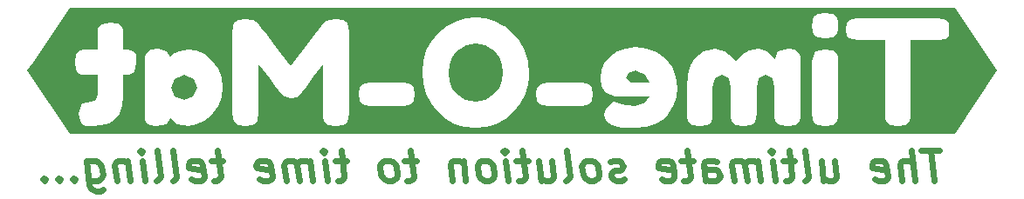
<source format=gbr>
%TF.GenerationSoftware,KiCad,Pcbnew,(6.0.4)*%
%TF.CreationDate,2022-06-05T17:20:23+02:00*%
%TF.ProjectId,Time-O-Mat_MoBo_H01,54696d65-2d4f-42d4-9d61-745f4d6f426f,rev?*%
%TF.SameCoordinates,Original*%
%TF.FileFunction,Legend,Bot*%
%TF.FilePolarity,Positive*%
%FSLAX46Y46*%
G04 Gerber Fmt 4.6, Leading zero omitted, Abs format (unit mm)*
G04 Created by KiCad (PCBNEW (6.0.4)) date 2022-06-05 17:20:23*
%MOMM*%
%LPD*%
G01*
G04 APERTURE LIST*
%ADD10C,0.600000*%
G04 APERTURE END LIST*
D10*
X96907732Y-25154142D02*
X95193446Y-25154142D01*
X96425589Y-28154142D02*
X96050589Y-25154142D01*
X94568446Y-28154142D02*
X94193446Y-25154142D01*
X93282732Y-28154142D02*
X93086303Y-26582714D01*
X93193446Y-26297000D01*
X93461303Y-26154142D01*
X93889874Y-26154142D01*
X94193446Y-26297000D01*
X94354160Y-26439857D01*
X90693446Y-28011285D02*
X90997017Y-28154142D01*
X91568446Y-28154142D01*
X91836303Y-28011285D01*
X91943446Y-27725571D01*
X91800589Y-26582714D01*
X91622017Y-26297000D01*
X91318446Y-26154142D01*
X90747017Y-26154142D01*
X90479160Y-26297000D01*
X90372017Y-26582714D01*
X90407732Y-26868428D01*
X91872017Y-27154142D01*
X85461303Y-26154142D02*
X85711303Y-28154142D01*
X86747017Y-26154142D02*
X86943446Y-27725571D01*
X86836303Y-28011285D01*
X86568446Y-28154142D01*
X86139875Y-28154142D01*
X85836303Y-28011285D01*
X85675589Y-27868428D01*
X83854160Y-28154142D02*
X84122017Y-28011285D01*
X84229160Y-27725571D01*
X83907732Y-25154142D01*
X82889875Y-26154142D02*
X81747017Y-26154142D01*
X82336303Y-25154142D02*
X82657732Y-27725571D01*
X82550589Y-28011285D01*
X82282732Y-28154142D01*
X81997017Y-28154142D01*
X80997017Y-28154142D02*
X80747017Y-26154142D01*
X80622017Y-25154142D02*
X80782732Y-25297000D01*
X80657732Y-25439857D01*
X80497017Y-25297000D01*
X80622017Y-25154142D01*
X80657732Y-25439857D01*
X79568446Y-28154142D02*
X79318446Y-26154142D01*
X79354160Y-26439857D02*
X79193446Y-26297000D01*
X78889874Y-26154142D01*
X78461303Y-26154142D01*
X78193446Y-26297000D01*
X78086303Y-26582714D01*
X78282732Y-28154142D01*
X78086303Y-26582714D02*
X77907732Y-26297000D01*
X77604160Y-26154142D01*
X77175589Y-26154142D01*
X76907732Y-26297000D01*
X76800589Y-26582714D01*
X76997017Y-28154142D01*
X74282732Y-28154142D02*
X74086303Y-26582714D01*
X74193446Y-26297000D01*
X74461303Y-26154142D01*
X75032732Y-26154142D01*
X75336303Y-26297000D01*
X74264875Y-28011285D02*
X74568446Y-28154142D01*
X75282732Y-28154142D01*
X75550589Y-28011285D01*
X75657732Y-27725571D01*
X75622017Y-27439857D01*
X75443446Y-27154142D01*
X75139875Y-27011285D01*
X74425589Y-27011285D01*
X74122017Y-26868428D01*
X73032732Y-26154142D02*
X71889875Y-26154142D01*
X72479160Y-25154142D02*
X72800589Y-27725571D01*
X72693446Y-28011285D01*
X72425589Y-28154142D01*
X72139875Y-28154142D01*
X69979160Y-28011285D02*
X70282732Y-28154142D01*
X70854160Y-28154142D01*
X71122017Y-28011285D01*
X71229160Y-27725571D01*
X71086303Y-26582714D01*
X70907732Y-26297000D01*
X70604160Y-26154142D01*
X70032732Y-26154142D01*
X69764875Y-26297000D01*
X69657732Y-26582714D01*
X69693446Y-26868428D01*
X71157732Y-27154142D01*
X66407732Y-28011285D02*
X66139874Y-28154142D01*
X65568446Y-28154142D01*
X65264874Y-28011285D01*
X65086303Y-27725571D01*
X65068446Y-27582714D01*
X65175589Y-27297000D01*
X65443446Y-27154142D01*
X65872017Y-27154142D01*
X66139874Y-27011285D01*
X66247017Y-26725571D01*
X66229160Y-26582714D01*
X66050589Y-26297000D01*
X65747017Y-26154142D01*
X65318446Y-26154142D01*
X65050589Y-26297000D01*
X63425589Y-28154142D02*
X63693446Y-28011285D01*
X63818446Y-27868428D01*
X63925589Y-27582714D01*
X63818446Y-26725571D01*
X63639874Y-26439857D01*
X63479160Y-26297000D01*
X63175589Y-26154142D01*
X62747017Y-26154142D01*
X62479160Y-26297000D01*
X62354160Y-26439857D01*
X62247017Y-26725571D01*
X62354160Y-27582714D01*
X62532732Y-27868428D01*
X62693446Y-28011285D01*
X62997017Y-28154142D01*
X63425589Y-28154142D01*
X60711303Y-28154142D02*
X60979160Y-28011285D01*
X61086303Y-27725571D01*
X60764874Y-25154142D01*
X58032732Y-26154142D02*
X58282732Y-28154142D01*
X59318446Y-26154142D02*
X59514874Y-27725571D01*
X59407732Y-28011285D01*
X59139874Y-28154142D01*
X58711303Y-28154142D01*
X58407732Y-28011285D01*
X58247017Y-27868428D01*
X57032732Y-26154142D02*
X55889874Y-26154142D01*
X56479160Y-25154142D02*
X56800589Y-27725571D01*
X56693446Y-28011285D01*
X56425589Y-28154142D01*
X56139874Y-28154142D01*
X55139874Y-28154142D02*
X54889874Y-26154142D01*
X54764874Y-25154142D02*
X54925589Y-25297000D01*
X54800589Y-25439857D01*
X54639874Y-25297000D01*
X54764874Y-25154142D01*
X54800589Y-25439857D01*
X53282732Y-28154142D02*
X53550589Y-28011285D01*
X53675589Y-27868428D01*
X53782732Y-27582714D01*
X53675589Y-26725571D01*
X53497017Y-26439857D01*
X53336303Y-26297000D01*
X53032732Y-26154142D01*
X52604160Y-26154142D01*
X52336303Y-26297000D01*
X52211303Y-26439857D01*
X52104160Y-26725571D01*
X52211303Y-27582714D01*
X52389874Y-27868428D01*
X52550589Y-28011285D01*
X52854160Y-28154142D01*
X53282732Y-28154142D01*
X50747017Y-26154142D02*
X50997017Y-28154142D01*
X50782732Y-26439857D02*
X50622017Y-26297000D01*
X50318446Y-26154142D01*
X49889874Y-26154142D01*
X49622017Y-26297000D01*
X49514874Y-26582714D01*
X49711303Y-28154142D01*
X46175589Y-26154142D02*
X45032732Y-26154142D01*
X45622017Y-25154142D02*
X45943446Y-27725571D01*
X45836303Y-28011285D01*
X45568446Y-28154142D01*
X45282732Y-28154142D01*
X43854160Y-28154142D02*
X44122017Y-28011285D01*
X44247017Y-27868428D01*
X44354160Y-27582714D01*
X44247017Y-26725571D01*
X44068446Y-26439857D01*
X43907732Y-26297000D01*
X43604160Y-26154142D01*
X43175589Y-26154142D01*
X42907732Y-26297000D01*
X42782732Y-26439857D01*
X42675589Y-26725571D01*
X42782732Y-27582714D01*
X42961303Y-27868428D01*
X43122017Y-28011285D01*
X43425589Y-28154142D01*
X43854160Y-28154142D01*
X39461303Y-26154142D02*
X38318446Y-26154142D01*
X38907732Y-25154142D02*
X39229160Y-27725571D01*
X39122017Y-28011285D01*
X38854160Y-28154142D01*
X38568446Y-28154142D01*
X37568446Y-28154142D02*
X37318446Y-26154142D01*
X37193446Y-25154142D02*
X37354160Y-25297000D01*
X37229160Y-25439857D01*
X37068446Y-25297000D01*
X37193446Y-25154142D01*
X37229160Y-25439857D01*
X36139874Y-28154142D02*
X35889874Y-26154142D01*
X35925589Y-26439857D02*
X35764874Y-26297000D01*
X35461303Y-26154142D01*
X35032732Y-26154142D01*
X34764874Y-26297000D01*
X34657732Y-26582714D01*
X34854160Y-28154142D01*
X34657732Y-26582714D02*
X34479160Y-26297000D01*
X34175589Y-26154142D01*
X33747017Y-26154142D01*
X33479160Y-26297000D01*
X33372017Y-26582714D01*
X33568446Y-28154142D01*
X30979160Y-28011285D02*
X31282732Y-28154142D01*
X31854160Y-28154142D01*
X32122017Y-28011285D01*
X32229160Y-27725571D01*
X32086303Y-26582714D01*
X31907732Y-26297000D01*
X31604160Y-26154142D01*
X31032732Y-26154142D01*
X30764874Y-26297000D01*
X30657732Y-26582714D01*
X30693446Y-26868428D01*
X32157732Y-27154142D01*
X27461303Y-26154142D02*
X26318446Y-26154142D01*
X26907732Y-25154142D02*
X27229160Y-27725571D01*
X27122017Y-28011285D01*
X26854160Y-28154142D01*
X26568446Y-28154142D01*
X24407732Y-28011285D02*
X24711303Y-28154142D01*
X25282732Y-28154142D01*
X25550589Y-28011285D01*
X25657732Y-27725571D01*
X25514874Y-26582714D01*
X25336303Y-26297000D01*
X25032732Y-26154142D01*
X24461303Y-26154142D01*
X24193446Y-26297000D01*
X24086303Y-26582714D01*
X24122017Y-26868428D01*
X25586303Y-27154142D01*
X22568446Y-28154142D02*
X22836303Y-28011285D01*
X22943446Y-27725571D01*
X22622017Y-25154142D01*
X20997017Y-28154142D02*
X21264874Y-28011285D01*
X21372017Y-27725571D01*
X21050589Y-25154142D01*
X19854160Y-28154142D02*
X19604160Y-26154142D01*
X19479160Y-25154142D02*
X19639874Y-25297000D01*
X19514874Y-25439857D01*
X19354160Y-25297000D01*
X19479160Y-25154142D01*
X19514874Y-25439857D01*
X18175589Y-26154142D02*
X18425589Y-28154142D01*
X18211303Y-26439857D02*
X18050589Y-26297000D01*
X17747017Y-26154142D01*
X17318446Y-26154142D01*
X17050589Y-26297000D01*
X16943446Y-26582714D01*
X17139874Y-28154142D01*
X14175589Y-26154142D02*
X14479160Y-28582714D01*
X14657732Y-28868428D01*
X14818446Y-29011285D01*
X15122017Y-29154142D01*
X15550589Y-29154142D01*
X15818446Y-29011285D01*
X14407732Y-28011285D02*
X14711303Y-28154142D01*
X15282732Y-28154142D01*
X15550589Y-28011285D01*
X15675589Y-27868428D01*
X15782732Y-27582714D01*
X15675589Y-26725571D01*
X15497017Y-26439857D01*
X15336303Y-26297000D01*
X15032732Y-26154142D01*
X14461303Y-26154142D01*
X14193446Y-26297000D01*
X12961303Y-27868428D02*
X12836303Y-28011285D01*
X12997017Y-28154142D01*
X13122017Y-28011285D01*
X12961303Y-27868428D01*
X12997017Y-28154142D01*
X11532732Y-27868428D02*
X11407732Y-28011285D01*
X11568446Y-28154142D01*
X11693446Y-28011285D01*
X11532732Y-27868428D01*
X11568446Y-28154142D01*
X10104160Y-27868428D02*
X9979160Y-28011285D01*
X10139874Y-28154142D01*
X10264874Y-28011285D01*
X10104160Y-27868428D01*
X10139874Y-28154142D01*
%TO.C,kibuzzard-61E88A0E*%
G36*
X8495991Y-17399000D02*
G01*
X9038916Y-16584612D01*
X13093700Y-16584612D01*
X13190141Y-17309703D01*
X13479462Y-17684750D01*
X13858081Y-17806194D01*
X14351000Y-17827625D01*
X15279687Y-17770475D01*
X15279687Y-19742150D01*
X15158244Y-20299363D01*
X14701044Y-20470813D01*
X14186694Y-20492244D01*
X13808075Y-20627975D01*
X13479462Y-21585238D01*
X13579475Y-22310328D01*
X13879512Y-22685375D01*
X14258131Y-22806819D01*
X14736762Y-22828250D01*
X15647987Y-22753637D01*
X16400462Y-22529800D01*
X16994187Y-22156738D01*
X17422812Y-21605875D01*
X17439525Y-21556663D01*
X19865975Y-21556663D01*
X19887406Y-22049581D01*
X20008850Y-22428200D01*
X20353536Y-22706806D01*
X20987544Y-22799675D01*
X22030531Y-22606794D01*
X22337712Y-22042438D01*
X23043158Y-22610366D01*
X24102219Y-22799675D01*
X24906287Y-22674263D01*
X25670669Y-22298025D01*
X26395362Y-21670963D01*
X26469446Y-21570950D01*
X28381325Y-21570950D01*
X28517056Y-22353191D01*
X28924250Y-22728238D01*
X29610050Y-22813963D01*
X30267275Y-22742525D01*
X30638750Y-22571075D01*
X30838775Y-22285325D01*
X30910212Y-21542375D01*
X30910212Y-16756062D01*
X31349553Y-17329348D01*
X31953200Y-18163381D01*
X32513984Y-18947408D01*
X32824737Y-19370675D01*
X33081912Y-19706431D01*
X33431956Y-19963606D01*
X34032031Y-20127913D01*
X34617819Y-19977894D01*
X34996437Y-19685000D01*
X35110737Y-19527838D01*
X35535791Y-18968839D01*
X36239450Y-18006219D01*
X36889531Y-17111464D01*
X37153850Y-16756062D01*
X37153850Y-21570950D01*
X37175281Y-22063869D01*
X37311012Y-22428200D01*
X37696775Y-22717522D01*
X38425437Y-22813963D01*
X39132669Y-22717522D01*
X39511287Y-22428200D01*
X39647019Y-22056725D01*
X39668450Y-21542375D01*
X39668450Y-19713575D01*
X40597137Y-19713575D01*
X40675719Y-20363656D01*
X40925750Y-20713700D01*
X41640125Y-20842288D01*
X45040550Y-20842288D01*
X45679916Y-20720844D01*
X45997812Y-20356513D01*
X46069250Y-19699288D01*
X45983525Y-19056350D01*
X45712062Y-18713450D01*
X45026262Y-18584863D01*
X41625837Y-18584863D01*
X40990044Y-18702734D01*
X40682862Y-19056350D01*
X40597137Y-19713575D01*
X39668450Y-19713575D01*
X39668450Y-17549019D01*
X46783625Y-17549019D01*
X46876494Y-18639334D01*
X47155100Y-19645709D01*
X47619444Y-20568146D01*
X48269525Y-21406644D01*
X49055337Y-22103606D01*
X49926875Y-22601436D01*
X50884137Y-22900134D01*
X51927125Y-22999700D01*
X52972345Y-22901473D01*
X53936305Y-22606794D01*
X54819004Y-22115661D01*
X55620444Y-21428075D01*
X56286152Y-20604758D01*
X56757877Y-19713575D01*
X57856438Y-19713575D01*
X57935019Y-20363656D01*
X58185050Y-20713700D01*
X58899425Y-20842288D01*
X62299850Y-20842288D01*
X62939216Y-20720844D01*
X63257113Y-20356513D01*
X63328550Y-19699288D01*
X63242825Y-19056350D01*
X62971363Y-18713450D01*
X62285563Y-18584863D01*
X58885138Y-18584863D01*
X58249344Y-18702734D01*
X57942163Y-19056350D01*
X57856438Y-19713575D01*
X56757877Y-19713575D01*
X56761658Y-19706431D01*
X57046961Y-18733095D01*
X57098643Y-18163381D01*
X64042925Y-18163381D01*
X64151867Y-18927763D01*
X64478694Y-19463544D01*
X65443100Y-19885025D01*
X68829238Y-19885025D01*
X68357750Y-20556538D01*
X67414775Y-20828000D01*
X66675397Y-20785138D01*
X66114613Y-20656550D01*
X65957450Y-20599400D01*
X65385950Y-20442238D01*
X64600138Y-21085175D01*
X64414400Y-21742400D01*
X64604602Y-22298720D01*
X65175209Y-22696091D01*
X66126221Y-22934513D01*
X67457638Y-23013988D01*
X68455977Y-22922905D01*
X69336444Y-22649656D01*
X70066892Y-22226389D01*
X70615175Y-21685250D01*
X70686471Y-21570950D01*
X72443975Y-21570950D01*
X72465406Y-22063869D01*
X72601138Y-22442488D01*
X72969041Y-22731809D01*
X73701275Y-22828250D01*
X74426366Y-22728238D01*
X74801413Y-22428200D01*
X74922856Y-22049581D01*
X74944288Y-21556663D01*
X74944288Y-19056350D01*
X75165744Y-18124091D01*
X75830113Y-17813338D01*
X76508769Y-18141950D01*
X76687363Y-19070638D01*
X76687363Y-21570950D01*
X76708794Y-22071013D01*
X76844525Y-22442488D01*
X77223144Y-22731809D01*
X77958950Y-22828250D01*
X78684041Y-22728238D01*
X79059088Y-22428200D01*
X79180531Y-22049581D01*
X79201963Y-21556663D01*
X79201963Y-19056350D01*
X79423419Y-18124091D01*
X80087788Y-17813338D01*
X80730725Y-18124091D01*
X80945038Y-19056350D01*
X80945038Y-21585238D01*
X80966469Y-22078156D01*
X81102200Y-22456775D01*
X81487963Y-22735381D01*
X82216625Y-22828250D01*
X82941716Y-22731809D01*
X83316763Y-22442488D01*
X83438206Y-22071013D01*
X83459026Y-21585238D01*
X84602638Y-21585238D01*
X84624069Y-22078156D01*
X84759800Y-22456775D01*
X85127703Y-22735381D01*
X85859938Y-22828250D01*
X86585028Y-22731809D01*
X86960075Y-22442488D01*
X87081519Y-22071013D01*
X87102950Y-21570950D01*
X87102950Y-16556037D01*
X87081519Y-16063119D01*
X86960075Y-15684500D01*
X86581456Y-15405894D01*
X85845650Y-15313025D01*
X84874100Y-15555912D01*
X84616925Y-16170275D01*
X84602638Y-16584612D01*
X84602638Y-21585238D01*
X83459026Y-21585238D01*
X83459638Y-21570950D01*
X83459638Y-16541750D01*
X83438206Y-16048831D01*
X83302475Y-15684500D01*
X82941716Y-15395178D01*
X82288063Y-15298737D01*
X81245075Y-15555912D01*
X81002188Y-16298862D01*
X80262809Y-15538053D01*
X79387700Y-15284450D01*
X78498700Y-15422562D01*
X77774800Y-15836900D01*
X77216000Y-16527462D01*
X76837381Y-16077406D01*
X76130150Y-15563056D01*
X75130025Y-15284450D01*
X74079894Y-15504120D01*
X73215500Y-16163131D01*
X72786875Y-16876712D01*
X72529700Y-17845881D01*
X72443975Y-19070638D01*
X72443975Y-21570950D01*
X70686471Y-21570950D01*
X71115238Y-20883563D01*
X71415275Y-20021550D01*
X71515288Y-19099213D01*
X71385906Y-17979231D01*
X70997762Y-17019587D01*
X70350856Y-16220281D01*
X69510275Y-15621000D01*
X68541106Y-15261431D01*
X67443350Y-15141575D01*
X66516448Y-15229086D01*
X65721706Y-15491619D01*
X65059123Y-15929173D01*
X64528700Y-16541750D01*
X64164369Y-17318633D01*
X64042925Y-18163381D01*
X57098643Y-18163381D01*
X57142063Y-17684750D01*
X57034906Y-16536392D01*
X56713438Y-15463044D01*
X56213375Y-14511139D01*
X55570438Y-13727112D01*
X54802484Y-13102034D01*
X54690628Y-13041312D01*
X84602638Y-13041312D01*
X84624069Y-13534231D01*
X84752656Y-13905706D01*
X85131275Y-14198600D01*
X85852794Y-14284325D01*
X86574313Y-14198600D01*
X86952931Y-13898562D01*
X87081519Y-13519944D01*
X87087420Y-13384213D01*
X87888763Y-13384213D01*
X87960200Y-13977144D01*
X88203088Y-14284325D01*
X88931750Y-14412912D01*
X91660663Y-14412912D01*
X91660663Y-21599525D01*
X91682094Y-22085300D01*
X91810681Y-22449631D01*
X92189300Y-22742525D01*
X92903675Y-22828250D01*
X93610906Y-22742525D01*
X93982381Y-22449631D01*
X94110969Y-22078156D01*
X94132400Y-21585238D01*
X94132400Y-14412912D01*
X96875600Y-14412912D01*
X97547113Y-14305756D01*
X97832863Y-13970000D01*
X97904300Y-13369925D01*
X97832863Y-12776994D01*
X97589975Y-12469812D01*
X96861313Y-12341225D01*
X88917462Y-12341225D01*
X88245950Y-12448381D01*
X87960200Y-12784137D01*
X87888763Y-13384213D01*
X87087420Y-13384213D01*
X87102950Y-13027025D01*
X87081519Y-12534106D01*
X86960075Y-12169775D01*
X86581456Y-11880453D01*
X85845650Y-11784012D01*
X85124131Y-11880453D01*
X84759800Y-12169775D01*
X84624069Y-12548394D01*
X84602638Y-13041312D01*
X54690628Y-13041312D01*
X53927375Y-12626975D01*
X52984400Y-12326937D01*
X52012850Y-12226925D01*
X50990401Y-12322473D01*
X50037603Y-12609116D01*
X49154457Y-13086854D01*
X48340962Y-13755687D01*
X47659627Y-14566057D01*
X47172959Y-15468402D01*
X46880959Y-16462722D01*
X46783625Y-17549019D01*
X39668450Y-17549019D01*
X39668450Y-13612812D01*
X39647019Y-13119894D01*
X39511287Y-12741275D01*
X39125525Y-12462669D01*
X38396862Y-12369800D01*
X37732494Y-12462669D01*
X37368162Y-12655550D01*
X37282437Y-12741275D01*
X34039175Y-16998950D01*
X33132204Y-15800514D01*
X32354393Y-14776958D01*
X31705740Y-13928280D01*
X31186247Y-13254482D01*
X30795912Y-12755562D01*
X30386933Y-12466241D01*
X29645769Y-12369800D01*
X28915320Y-12466241D01*
X28538487Y-12755562D01*
X28402756Y-13141325D01*
X28381325Y-13641387D01*
X28381325Y-21570950D01*
X26469446Y-21570950D01*
X26982737Y-20878006D01*
X27335162Y-20004088D01*
X27452637Y-19049206D01*
X27334369Y-18095119D01*
X26979563Y-17223581D01*
X26388219Y-16434594D01*
X25655588Y-15811500D01*
X24876919Y-15437644D01*
X24052212Y-15313025D01*
X23166387Y-15484475D01*
X22609175Y-15805944D01*
X22352000Y-16098837D01*
X22026959Y-15498762D01*
X21223287Y-15298737D01*
X20394612Y-15384463D01*
X20015994Y-15684500D01*
X19887406Y-16063119D01*
X19865975Y-16556037D01*
X19865975Y-21556663D01*
X17439525Y-21556663D01*
X17679987Y-20848637D01*
X17765712Y-19885025D01*
X17765712Y-17770475D01*
X18351500Y-17813338D01*
X18872994Y-17570450D01*
X19080162Y-16741775D01*
X19008725Y-15891669D01*
X18808700Y-15513050D01*
X18237200Y-15327312D01*
X17765712Y-15384463D01*
X17765712Y-13912850D01*
X17744281Y-13427075D01*
X17608550Y-13084175D01*
X17240647Y-12816284D01*
X16508412Y-12726987D01*
X15733316Y-12859147D01*
X15351125Y-13255625D01*
X15279687Y-13984287D01*
X15279687Y-15384463D01*
X14329569Y-15327312D01*
X13843794Y-15348744D01*
X13465175Y-15484475D01*
X13186569Y-15852378D01*
X13093700Y-16584612D01*
X9038916Y-16584612D01*
X12581070Y-11271382D01*
X98416930Y-11271382D01*
X102502009Y-17399000D01*
X98416930Y-23526618D01*
X12581070Y-23526618D01*
X8495991Y-17399000D01*
G37*
G36*
X24602281Y-18199100D02*
G01*
X24952325Y-19070638D01*
X24580850Y-19920744D01*
X23680737Y-20299363D01*
X22802056Y-19913600D01*
X22452012Y-19063494D01*
X22787769Y-18199100D01*
X23687881Y-17799050D01*
X24602281Y-18199100D01*
G37*
G36*
X52934394Y-14954052D02*
G01*
X53798787Y-15548769D01*
X54251225Y-16130588D01*
X54522687Y-16818769D01*
X54613175Y-17613313D01*
X54521894Y-18407856D01*
X54248050Y-19096037D01*
X53791644Y-19677856D01*
X52921892Y-20272573D01*
X51955700Y-20470813D01*
X50991294Y-20277931D01*
X50126900Y-19699288D01*
X49674462Y-19126200D01*
X49403000Y-18435638D01*
X49312512Y-17627600D01*
X49403794Y-16817975D01*
X49677638Y-16122650D01*
X50134044Y-15541625D01*
X51003795Y-14952266D01*
X51969987Y-14755812D01*
X52934394Y-14954052D01*
G37*
G36*
X68400613Y-17777619D02*
G01*
X68857813Y-18584863D01*
X67057588Y-18584863D01*
X66514663Y-18127663D01*
X66764694Y-17599025D01*
X67479069Y-17399000D01*
X68400613Y-17777619D01*
G37*
%TD*%
M02*

</source>
